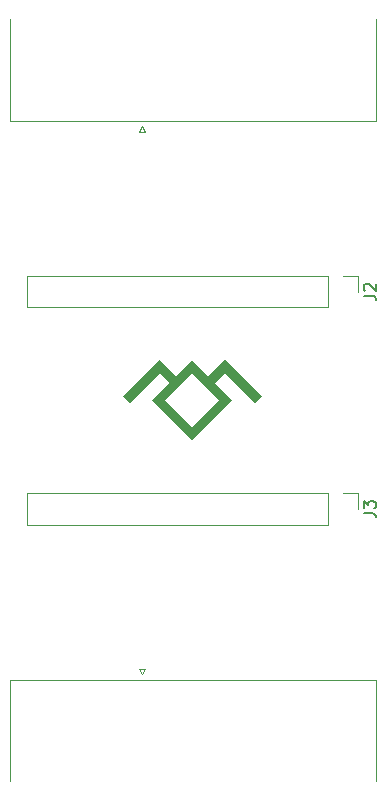
<source format=gbr>
%TF.GenerationSoftware,KiCad,Pcbnew,9.0.1*%
%TF.CreationDate,2025-07-26T11:45:23+03:00*%
%TF.ProjectId,VGA_Debug_Board,5647415f-4465-4627-9567-5f426f617264,rev?*%
%TF.SameCoordinates,Original*%
%TF.FileFunction,Legend,Top*%
%TF.FilePolarity,Positive*%
%FSLAX46Y46*%
G04 Gerber Fmt 4.6, Leading zero omitted, Abs format (unit mm)*
G04 Created by KiCad (PCBNEW 9.0.1) date 2025-07-26 11:45:23*
%MOMM*%
%LPD*%
G01*
G04 APERTURE LIST*
%ADD10C,0.150000*%
%ADD11C,0.120000*%
%ADD12C,0.000000*%
G04 APERTURE END LIST*
D10*
X165024819Y-82426446D02*
X165739104Y-82426446D01*
X165739104Y-82426446D02*
X165881961Y-82474065D01*
X165881961Y-82474065D02*
X165977200Y-82569303D01*
X165977200Y-82569303D02*
X166024819Y-82712160D01*
X166024819Y-82712160D02*
X166024819Y-82807398D01*
X165120057Y-81997874D02*
X165072438Y-81950255D01*
X165072438Y-81950255D02*
X165024819Y-81855017D01*
X165024819Y-81855017D02*
X165024819Y-81616922D01*
X165024819Y-81616922D02*
X165072438Y-81521684D01*
X165072438Y-81521684D02*
X165120057Y-81474065D01*
X165120057Y-81474065D02*
X165215295Y-81426446D01*
X165215295Y-81426446D02*
X165310533Y-81426446D01*
X165310533Y-81426446D02*
X165453390Y-81474065D01*
X165453390Y-81474065D02*
X166024819Y-82045493D01*
X166024819Y-82045493D02*
X166024819Y-81426446D01*
X165024819Y-100833333D02*
X165739104Y-100833333D01*
X165739104Y-100833333D02*
X165881961Y-100880952D01*
X165881961Y-100880952D02*
X165977200Y-100976190D01*
X165977200Y-100976190D02*
X166024819Y-101119047D01*
X166024819Y-101119047D02*
X166024819Y-101214285D01*
X165024819Y-100452380D02*
X165024819Y-99833333D01*
X165024819Y-99833333D02*
X165405771Y-100166666D01*
X165405771Y-100166666D02*
X165405771Y-100023809D01*
X165405771Y-100023809D02*
X165453390Y-99928571D01*
X165453390Y-99928571D02*
X165501009Y-99880952D01*
X165501009Y-99880952D02*
X165596247Y-99833333D01*
X165596247Y-99833333D02*
X165834342Y-99833333D01*
X165834342Y-99833333D02*
X165929580Y-99880952D01*
X165929580Y-99880952D02*
X165977200Y-99928571D01*
X165977200Y-99928571D02*
X166024819Y-100023809D01*
X166024819Y-100023809D02*
X166024819Y-100309523D01*
X166024819Y-100309523D02*
X165977200Y-100404761D01*
X165977200Y-100404761D02*
X165929580Y-100452380D01*
D11*
%TO.C,J2*%
X136510000Y-80763113D02*
X136510000Y-83423113D01*
X161970000Y-80763113D02*
X136510000Y-80763113D01*
X161970000Y-80763113D02*
X161970000Y-83423113D01*
X161970000Y-83423113D02*
X136510000Y-83423113D01*
X163240000Y-80763113D02*
X164570000Y-80763113D01*
X164570000Y-80763113D02*
X164570000Y-82093113D01*
%TO.C,J1*%
X135070000Y-67650000D02*
X135070000Y-59050000D01*
X145990000Y-68544338D02*
X146240000Y-68111325D01*
X146240000Y-68111325D02*
X146490000Y-68544338D01*
X146490000Y-68544338D02*
X145990000Y-68544338D01*
X166040000Y-59050000D02*
X166040000Y-67650000D01*
X166040000Y-67650000D02*
X135070000Y-67650000D01*
D12*
%TO.C,REF\u002A\u002A*%
G36*
X147767975Y-88982741D02*
G01*
X145212926Y-91537790D01*
X144618500Y-90943364D01*
X147173549Y-88388315D01*
X147767975Y-88982741D01*
G37*
G36*
X149125629Y-89264306D02*
G01*
X148567584Y-89822350D01*
X147153549Y-88408315D01*
X147711594Y-87850270D01*
X149125629Y-89264306D01*
G37*
G36*
X153849454Y-88408316D02*
G01*
X152435420Y-89822350D01*
X151877376Y-89264306D01*
X153291410Y-87850272D01*
X153849454Y-88408316D01*
G37*
G36*
X156381500Y-90940220D02*
G01*
X155787076Y-91534644D01*
X153232027Y-88979595D01*
X153826451Y-88385170D01*
X156381500Y-90940220D01*
G37*
G36*
X153886742Y-91257828D02*
G01*
X150494840Y-94649730D01*
X147102938Y-91257828D01*
X148206133Y-91257828D01*
X150494838Y-93546532D01*
X152783544Y-91257828D01*
X150494838Y-88969123D01*
X148206133Y-91257828D01*
X147102938Y-91257828D01*
X147102936Y-91257827D01*
X150494838Y-87865924D01*
X153886742Y-91257828D01*
G37*
D11*
%TO.C,J3*%
X136510000Y-99170000D02*
X136510000Y-101830000D01*
X161970000Y-99170000D02*
X136510000Y-99170000D01*
X161970000Y-99170000D02*
X161970000Y-101830000D01*
X161970000Y-101830000D02*
X136510000Y-101830000D01*
X163240000Y-99170000D02*
X164570000Y-99170000D01*
X164570000Y-99170000D02*
X164570000Y-100500000D01*
%TO.C,J4*%
X135070000Y-114943113D02*
X166040000Y-114943113D01*
X135070000Y-123543113D02*
X135070000Y-114943113D01*
X145990000Y-114048775D02*
X146490000Y-114048775D01*
X146240000Y-114481788D02*
X145990000Y-114048775D01*
X146490000Y-114048775D02*
X146240000Y-114481788D01*
X166040000Y-114943113D02*
X166040000Y-123543113D01*
%TD*%
M02*

</source>
